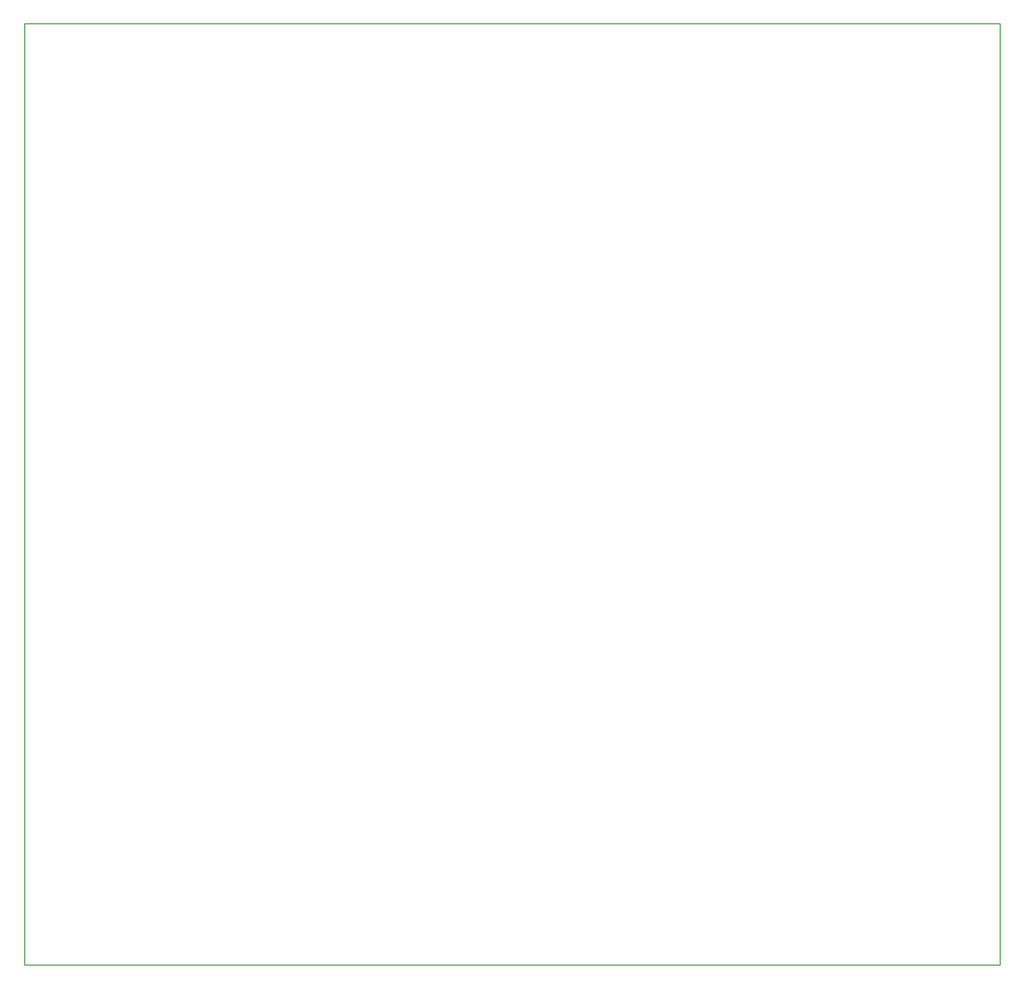
<source format=gbr>
%TF.GenerationSoftware,KiCad,Pcbnew,8.0.1*%
%TF.CreationDate,2024-04-15T18:30:32+02:00*%
%TF.ProjectId,Meanwell IRM Board,4d65616e-7765-46c6-9c20-49524d20426f,rev?*%
%TF.SameCoordinates,Original*%
%TF.FileFunction,Profile,NP*%
%FSLAX46Y46*%
G04 Gerber Fmt 4.6, Leading zero omitted, Abs format (unit mm)*
G04 Created by KiCad (PCBNEW 8.0.1) date 2024-04-15 18:30:32*
%MOMM*%
%LPD*%
G01*
G04 APERTURE LIST*
%TA.AperFunction,Profile*%
%ADD10C,0.050000*%
%TD*%
G04 APERTURE END LIST*
D10*
X99550000Y-45900000D02*
X187850000Y-45900000D01*
X187850000Y-131100000D01*
X99550000Y-131100000D01*
X99550000Y-45900000D01*
M02*

</source>
